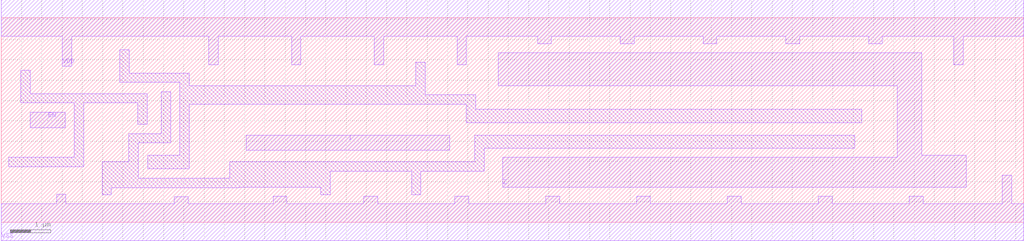
<source format=lef>
# Copyright 2022 GlobalFoundries PDK Authors
#
# Licensed under the Apache License, Version 2.0 (the "License");
# you may not use this file except in compliance with the License.
# You may obtain a copy of the License at
#
#      http://www.apache.org/licenses/LICENSE-2.0
#
# Unless required by applicable law or agreed to in writing, software
# distributed under the License is distributed on an "AS IS" BASIS,
# WITHOUT WARRANTIES OR CONDITIONS OF ANY KIND, either express or implied.
# See the License for the specific language governing permissions and
# limitations under the License.

MACRO gf180mcu_fd_sc_mcu9t5v0__bufz_12
  CLASS core ;
  FOREIGN gf180mcu_fd_sc_mcu9t5v0__bufz_12 0.0 0.0 ;
  ORIGIN 0 0 ;
  SYMMETRY X Y ;
  SITE GF018hv5v_green_sc9 ;
  SIZE 25.2 BY 5.04 ;
  PIN EN
    DIRECTION INPUT ;
    ANTENNAGATEAREA 3.384 ;
    PORT
      LAYER Metal1 ;
        POLYGON 0.71 2.33 1.575 2.33 1.575 2.71 0.71 2.71  ;
    END
  END EN
  PIN I
    DIRECTION INPUT ;
    ANTENNAGATEAREA 10.152 ;
    PORT
      LAYER Metal1 ;
        POLYGON 6.04 1.77 11.05 1.77 11.05 2.15 6.04 2.15  ;
    END
  END I
  PIN Z
    DIRECTION OUTPUT ;
    ANTENNADIFFAREA 9.7344 ;
    PORT
      LAYER Metal1 ;
        POLYGON 12.255 3.365 21.21 3.365 22.08 3.365 22.08 1.6 12.355 1.6 12.355 0.865 23.785 0.865 23.785 1.65 22.685 1.65 22.685 4.175 21.21 4.175 12.255 4.175  ;
    END
  END Z
  PIN VDD
    DIRECTION INOUT ;
    USE power ;
    SHAPE ABUTMENT ;
    PORT
      LAYER Metal1 ;
        POLYGON 0 4.59 1.505 4.59 1.505 3.845 1.735 3.845 1.735 4.59 5.115 4.59 5.115 3.88 5.345 3.88 5.345 4.59 7.155 4.59 7.155 3.88 7.385 3.88 7.385 4.59 9.195 4.59 9.195 3.88 9.425 3.88 9.425 4.59 11.235 4.59 11.235 3.88 11.465 3.88 11.465 4.59 13.22 4.59 13.22 4.405 13.56 4.405 13.56 4.59 15.26 4.59 15.26 4.405 15.6 4.405 15.6 4.59 17.3 4.59 17.3 4.405 17.64 4.405 17.64 4.59 19.34 4.59 19.34 4.405 19.68 4.405 19.68 4.59 21.21 4.59 21.38 4.59 21.38 4.405 21.72 4.405 21.72 4.59 23.475 4.59 23.475 3.88 23.705 3.88 23.705 4.59 25.2 4.59 25.2 5.49 21.21 5.49 0 5.49  ;
    END
  END VDD
  PIN VSS
    DIRECTION INOUT ;
    USE ground ;
    SHAPE ABUTMENT ;
    PORT
      LAYER Metal1 ;
        POLYGON 0 -0.45 25.2 -0.45 25.2 0.45 24.905 0.45 24.905 1.16 24.675 1.16 24.675 0.45 22.72 0.45 22.72 0.635 22.38 0.635 22.38 0.45 20.48 0.45 20.48 0.635 20.14 0.635 20.14 0.45 18.24 0.45 18.24 0.635 17.9 0.635 17.9 0.45 16 0.45 16 0.635 15.66 0.635 15.66 0.45 13.76 0.45 13.76 0.635 13.42 0.635 13.42 0.45 11.52 0.45 11.52 0.635 11.18 0.635 11.18 0.45 9.28 0.45 9.28 0.635 8.94 0.635 8.94 0.45 7.04 0.45 7.04 0.635 6.7 0.635 6.7 0.45 4.61 0.45 4.61 0.625 4.27 0.625 4.27 0.45 1.595 0.45 1.595 0.695 1.365 0.695 1.365 0.45 0 0.45  ;
    END
  END VSS
  OBS
      LAYER Metal1 ;
        POLYGON 0.485 2.94 1.805 2.94 1.805 1.6 0.19 1.6 0.19 1.37 2.035 1.37 2.035 2.94 3.365 2.94 3.365 2.415 3.595 2.415 3.595 3.17 0.715 3.17 0.715 3.75 0.485 3.75  ;
        POLYGON 2.485 0.68 2.715 0.68 2.715 0.855 5.865 0.855 5.865 0.865 7.875 0.865 7.875 0.68 8.105 0.68 8.105 1.26 10.115 1.26 10.115 0.68 10.345 0.68 10.345 1.26 11.905 1.26 11.905 1.83 21.035 1.83 21.035 2.15 11.675 2.15 11.675 1.49 5.635 1.49 5.635 1.085 3.375 1.085 3.375 1.955 4.175 1.955 4.175 3.215 3.945 3.215 3.945 2.185 3.145 2.185 3.145 1.49 2.485 1.49  ;
        POLYGON 2.925 3.445 4.405 3.445 4.405 1.655 3.605 1.655 3.605 1.315 4.635 1.315 4.635 2.91 11.465 2.91 11.465 2.45 21.21 2.45 21.21 2.79 11.695 2.79 11.695 3.14 10.445 3.14 10.445 3.94 10.215 3.94 10.215 3.36 4.635 3.36 4.635 3.675 3.155 3.675 3.155 4.255 2.925 4.255  ;
  END
END gf180mcu_fd_sc_mcu9t5v0__bufz_12

</source>
